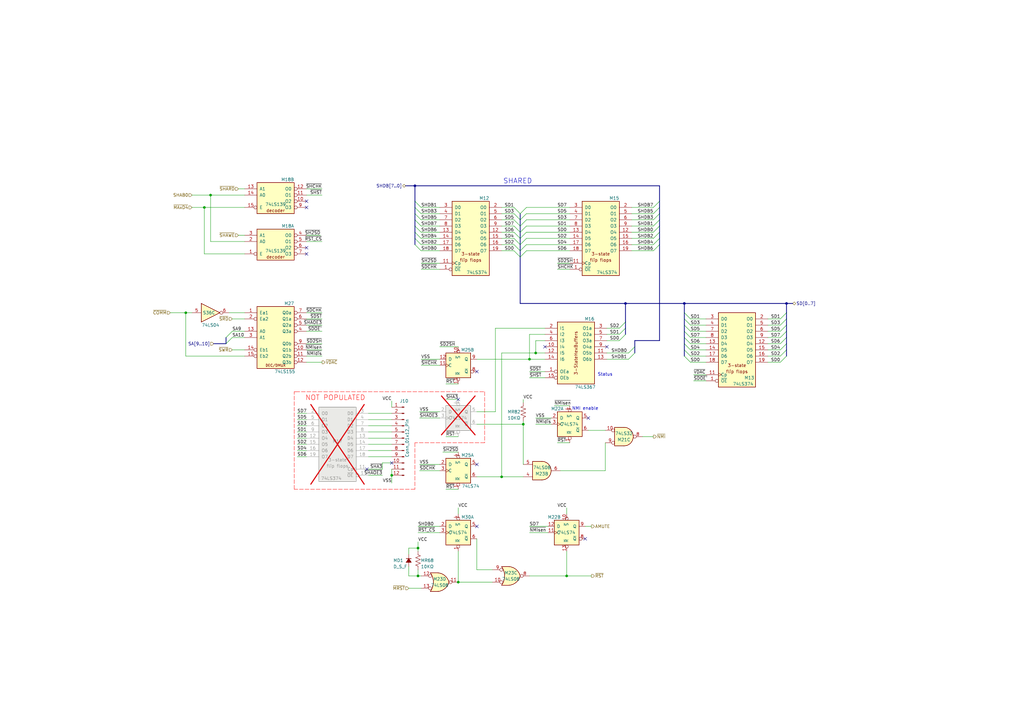
<source format=kicad_sch>
(kicad_sch (version 20231120) (generator "eeschema") (generator_version "8.0")
  (paper "A3")
  (title_block (title "Communication Latches") (date "2024-11-16") (company "JOTEGO") (comment 1 "www.patreon.com/jotego") (comment 2 "José Tejada"))
  (lib_symbols
    (symbol "Connector:Conn_01x12_Pin" (pin_names (offset 1.016) hide)
      (property "Reference" "J" (at 0 15.24 0))
      (property "Value" "Conn_01x12_Pin" (at 0 -17.78 0))
      (symbol "Conn_01x12_Pin_1_1"
        (pin passive line (at 5.08 12.7 180) (length 3.81) (name "Pin_1") (number "1"))
        (pin passive line (at 5.08 -10.16 180) (length 3.81) (name "Pin_10") (number "10"))
        (pin passive line (at 5.08 -12.7 180) (length 3.81) (name "Pin_11") (number "11"))
        (pin passive line (at 5.08 -15.24 180) (length 3.81) (name "Pin_12") (number "12"))
        (pin passive line (at 5.08 10.16 180) (length 3.81) (name "Pin_2") (number "2"))
        (pin passive line (at 5.08 7.62 180) (length 3.81) (name "Pin_3") (number "3"))
        (pin passive line (at 5.08 5.08 180) (length 3.81) (name "Pin_4") (number "4"))
        (pin passive line (at 5.08 2.54 180) (length 3.81) (name "Pin_5") (number "5"))
        (pin passive line (at 5.08 0 180) (length 3.81) (name "Pin_6") (number "6"))
        (pin passive line (at 5.08 -2.54 180) (length 3.81) (name "Pin_7") (number "7"))
        (pin passive line (at 5.08 -5.08 180) (length 3.81) (name "Pin_8") (number "8"))
        (pin passive line (at 5.08 -7.62 180) (length 3.81) (name "Pin_9") (number "9"))
      )
    )
    (symbol "Device:D_Small_Filled" (pin_numbers hide) (pin_names (offset 0.254) hide)
      (property "Reference" "D" (at -1.27 2.032 0))
      (property "Value" "D_Small_Filled" (at -3.81 -2.032 0))
      (symbol "D_Small_Filled_1_1"
        (pin passive line (at -2.54 0 0) (length 1.778) (name "K") (number "1"))
        (pin passive line (at 2.54 0 180) (length 1.778) (name "A") (number "2"))
      )
    )
    (symbol "Device:R_US" (pin_numbers hide) (pin_names (offset 0))
      (property "Reference" "R" (at 2.54 0 90))
      (property "Value" "R_US" (at -2.54 0 90))
      (symbol "R_US_1_1"
        (pin passive line (at 0 3.81 270) (length 1.27) (name "~") (number "1"))
        (pin passive line (at 0 -3.81 90) (length 1.27) (name "~") (number "2"))
      )
    )
    (symbol "jt74:74LS04" (pin_names (offset 1.016))
      (property "Reference" "U" (at -0.635 0 0))
      (property "Value" "74LS04" (at 0 -5.08 0))
      (symbol "74LS04_1_0"
        (pin input line (at -7.62 0 0) (length 3.81) (name "~") (number "1"))
        (pin output inverted (at 7.62 0 180) (length 3.81) (name "~") (number "2"))
      )
      (symbol "74LS04_2_0"
        (pin input line (at -7.62 0 0) (length 3.81) (name "~") (number "3"))
        (pin output inverted (at 7.62 0 180) (length 3.81) (name "~") (number "4"))
      )
      (symbol "74LS04_3_0"
        (pin input line (at -7.62 0 0) (length 3.81) (name "~") (number "5"))
        (pin output inverted (at 7.62 0 180) (length 3.81) (name "~") (number "6"))
      )
      (symbol "74LS04_4_0"
        (pin output inverted (at 7.62 0 180) (length 3.81) (name "~") (number "8"))
        (pin input line (at -7.62 0 0) (length 3.81) (name "~") (number "9"))
      )
      (symbol "74LS04_5_0"
        (pin output inverted (at 7.62 0 180) (length 3.81) (name "~") (number "10"))
        (pin input line (at -7.62 0 0) (length 3.81) (name "~") (number "11"))
      )
      (symbol "74LS04_6_0"
        (pin output inverted (at 7.62 0 180) (length 3.81) (name "~") (number "12"))
        (pin input line (at -7.62 0 0) (length 3.81) (name "~") (number "13"))
      )
      (symbol "74LS04_7_0"
        (pin power_in line (at 0 7.62 270) (length 5.08) hide (name "VCC") (number "14"))
        (pin power_in line (at 0 -7.62 90) (length 5.08) hide (name "VSS") (number "7"))
      )
      (symbol "74LS04_7_1"
        (text "+" (at 0 6.35 0) (effects (font (size 1.27 1.27))))
      )
    )
    (symbol "jt74:74LS08" (pin_names (offset 1.016))
      (property "Reference" "U" (at 0 1.27 0))
      (property "Value" "74LS08" (at 0 -1.27 0))
      (symbol "74LS08_1_1"
        (pin input line (at -7.62 2.54 0) (length 3.81) (name "~") (number "1"))
        (pin input line (at -7.62 -2.54 0) (length 3.81) (name "~") (number "2"))
        (pin output line (at 7.62 0 180) (length 3.81) (name "~") (number "3"))
      )
      (symbol "74LS08_1_2"
        (pin input inverted (at -7.62 2.54 0) (length 4.318) (name "~") (number "1"))
        (pin input inverted (at -7.62 -2.54 0) (length 4.318) (name "~") (number "2"))
        (pin output inverted (at 7.62 0 180) (length 3.81) (name "~") (number "3"))
      )
      (symbol "74LS08_2_1"
        (pin input line (at -7.62 2.54 0) (length 3.81) (name "~") (number "4"))
        (pin input line (at -7.62 -2.54 0) (length 3.81) (name "~") (number "5"))
        (pin output line (at 7.62 0 180) (length 3.81) (name "~") (number "6"))
      )
      (symbol "74LS08_2_2"
        (pin input inverted (at -7.62 2.54 0) (length 4.318) (name "~") (number "4"))
        (pin input inverted (at -7.62 -2.54 0) (length 4.318) (name "~") (number "5"))
        (pin output inverted (at 7.62 0 180) (length 3.81) (name "~") (number "6"))
      )
      (symbol "74LS08_3_1"
        (pin input line (at -7.62 -2.54 0) (length 3.81) (name "~") (number "10"))
        (pin output line (at 7.62 0 180) (length 3.81) (name "~") (number "8"))
        (pin input line (at -7.62 2.54 0) (length 3.81) (name "~") (number "9"))
      )
      (symbol "74LS08_3_2"
        (pin input inverted (at -7.62 -2.54 0) (length 4.318) (name "~") (number "10"))
        (pin output inverted (at 7.62 0 180) (length 3.81) (name "~") (number "8"))
        (pin input inverted (at -7.62 2.54 0) (length 4.318) (name "~") (number "9"))
      )
      (symbol "74LS08_4_1"
        (pin output line (at 7.62 0 180) (length 3.81) (name "~") (number "11"))
        (pin input line (at -7.62 2.54 0) (length 3.81) (name "~") (number "12"))
        (pin input line (at -7.62 -2.54 0) (length 3.81) (name "~") (number "13"))
      )
      (symbol "74LS08_4_2"
        (pin output inverted (at 7.62 0 180) (length 3.81) (name "~") (number "11"))
        (pin input inverted (at -7.62 2.54 0) (length 4.318) (name "~") (number "12"))
        (pin input inverted (at -7.62 -2.54 0) (length 4.318) (name "~") (number "13"))
      )
      (symbol "74LS08_5_0"
        (pin power_in line (at 0 7.62 270) (length 5.08) hide (name "VCC") (number "14"))
        (pin power_in line (at 0 -7.62 90) (length 5.08) hide (name "VSS") (number "7"))
      )
      (symbol "74LS08_5_1"
        (text "+" (at 0 6.35 0) (effects (font (size 1.27 1.27))))
      )
    )
    (symbol "jt74:74LS139" (pin_names (offset 1.016))
      (property "Reference" "U" (at 0 1.27 0))
      (property "Value" "74LS139" (at 0 -1.27 0))
      (symbol "74LS139_0_0"
        (text "decoder" (at 0 -6.35 0) (effects (font (size 1.27 1.27))))
      )
      (symbol "74LS139_1_0"
        (pin input inverted (at -12.7 -5.08 0) (length 5.08) (name "E") (number "1"))
        (pin input line (at -12.7 0 0) (length 5.08) (name "A0") (number "2"))
        (pin input line (at -12.7 2.54 0) (length 5.08) (name "A1") (number "3"))
        (pin output inverted (at 12.7 2.54 180) (length 5.08) (name "O0") (number "4"))
        (pin output inverted (at 12.7 0 180) (length 5.08) (name "O1") (number "5"))
        (pin output inverted (at 12.7 -2.54 180) (length 5.08) (name "O2") (number "6"))
        (pin output inverted (at 12.7 -5.08 180) (length 5.08) (name "O3") (number "7"))
      )
      (symbol "74LS139_2_0"
        (pin output inverted (at 12.7 -2.54 180) (length 5.08) (name "O2") (number "10"))
        (pin output inverted (at 12.7 0 180) (length 5.08) (name "O1") (number "11"))
        (pin output inverted (at 12.7 2.54 180) (length 5.08) (name "O0") (number "12"))
        (pin input line (at -12.7 2.54 0) (length 5.08) (name "A1") (number "13"))
        (pin input line (at -12.7 0 0) (length 5.08) (name "A0") (number "14"))
        (pin input inverted (at -12.7 -5.08 0) (length 5.08) (name "E") (number "15"))
        (pin output inverted (at 12.7 -5.08 180) (length 5.08) (name "O3") (number "9"))
      )
      (symbol "74LS139_3_0"
        (pin power_in line (at 0 7.62 270) (length 5.08) hide (name "VCC") (number "16"))
        (pin power_in line (at 0 -7.62 90) (length 5.08) hide (name "VSS") (number "8"))
      )
      (symbol "74LS139_3_1"
        (text "+" (at 0 6.35 0) (effects (font (size 1.27 1.27))))
      )
    )
    (symbol "jt74:74LS155" (pin_names (offset 1.016))
      (property "Reference" "U" (at 7.62 13.97 0))
      (property "Value" "74LS155" (at 3.81 -13.97 0))
      (symbol "74LS155_1_0"
        (pin input line (at -12.7 10.16 0) (length 5.08) (name "Ea1") (number "1"))
        (pin output inverted (at 12.7 -5.08 180) (length 5.08) (name "Q1b") (number "10"))
        (pin output inverted (at 12.7 -7.62 180) (length 5.08) (name "Q2b") (number "11"))
        (pin output inverted (at 12.7 -10.16 180) (length 5.08) (name "Q3b") (number "12"))
        (pin input line (at -12.7 2.54 0) (length 5.08) (name "A0") (number "13"))
        (pin input inverted (at -12.7 -5.08 0) (length 5.08) (name "Eb1") (number "14"))
        (pin input inverted (at -12.7 -7.62 0) (length 5.08) (name "Eb2") (number "15"))
        (pin power_in line (at 0 12.7 270) (length 5.08) hide (name "VCC") (number "16"))
        (pin input inverted (at -12.7 7.62 0) (length 5.08) (name "Ea2") (number "2"))
        (pin input line (at -12.7 0 0) (length 5.08) (name "A1") (number "3"))
        (pin output inverted (at 12.7 2.54 180) (length 5.08) (name "Q3a") (number "4"))
        (pin output inverted (at 12.7 5.08 180) (length 5.08) (name "Q2a") (number "5"))
        (pin output inverted (at 12.7 7.62 180) (length 5.08) (name "Q1a") (number "6"))
        (pin output inverted (at 12.7 10.16 180) (length 5.08) (name "Q0a") (number "7"))
        (pin power_in line (at 0 -12.7 90) (length 5.08) hide (name "GND") (number "8"))
        (pin output inverted (at 12.7 -2.54 180) (length 5.08) (name "Q0b") (number "9"))
      )
      (symbol "74LS155_1_1"
        (text "DEC/DMUX" (at 0 -11.43 0) (effects (font (size 1.016 1.016))))
      )
    )
    (symbol "jt74:74LS32" (pin_names (offset 1.016))
      (property "Reference" "U" (at 0 1.27 0))
      (property "Value" "74LS32" (at 0 -1.27 0))
      (symbol "74LS32_1_1"
        (pin input line (at -7.62 2.54 0) (length 4.318) (name "~") (number "1"))
        (pin input line (at -7.62 -2.54 0) (length 4.318) (name "~") (number "2"))
        (pin output line (at 7.62 0 180) (length 3.81) (name "~") (number "3"))
      )
      (symbol "74LS32_1_2"
        (pin input inverted (at -7.62 2.54 0) (length 3.81) (name "~") (number "1"))
        (pin input inverted (at -7.62 -2.54 0) (length 3.81) (name "~") (number "2"))
        (pin output inverted (at 7.62 0 180) (length 3.81) (name "~") (number "3"))
      )
      (symbol "74LS32_2_1"
        (pin input line (at -7.62 2.54 0) (length 4.318) (name "~") (number "4"))
        (pin input line (at -7.62 -2.54 0) (length 4.318) (name "~") (number "5"))
        (pin output line (at 7.62 0 180) (length 3.81) (name "~") (number "6"))
      )
      (symbol "74LS32_2_2"
        (pin input inverted (at -7.62 2.54 0) (length 3.81) (name "~") (number "4"))
        (pin input inverted (at -7.62 -2.54 0) (length 3.81) (name "~") (number "5"))
        (pin output inverted (at 7.62 0 180) (length 3.81) (name "~") (number "6"))
      )
      (symbol "74LS32_3_1"
        (pin input line (at -7.62 -2.54 0) (length 4.318) (name "~") (number "10"))
        (pin output line (at 7.62 0 180) (length 3.81) (name "~") (number "8"))
        (pin input line (at -7.62 2.54 0) (length 4.318) (name "~") (number "9"))
      )
      (symbol "74LS32_3_2"
        (pin input inverted (at -7.62 -2.54 0) (length 3.81) (name "~") (number "10"))
        (pin output inverted (at 7.62 0 180) (length 3.81) (name "~") (number "8"))
        (pin input inverted (at -7.62 2.54 0) (length 3.81) (name "~") (number "9"))
      )
      (symbol "74LS32_4_1"
        (pin output line (at 7.62 0 180) (length 3.81) (name "~") (number "11"))
        (pin input line (at -7.62 2.54 0) (length 4.318) (name "~") (number "12"))
        (pin input line (at -7.62 -2.54 0) (length 4.318) (name "~") (number "13"))
      )
      (symbol "74LS32_4_2"
        (pin output inverted (at 7.62 0 180) (length 3.81) (name "~") (number "11"))
        (pin input inverted (at -7.62 2.54 0) (length 3.81) (name "~") (number "12"))
        (pin input inverted (at -7.62 -2.54 0) (length 3.81) (name "~") (number "13"))
      )
      (symbol "74LS32_5_0"
        (pin power_in line (at 0 7.62 270) (length 5.08) hide (name "VCC") (number "14"))
        (pin power_in line (at 0 -7.62 90) (length 5.08) hide (name "VSS") (number "7"))
      )
      (symbol "74LS32_5_1"
        (text "+" (at 0 6.35 0) (effects (font (size 1.27 1.27))))
      )
    )
    (symbol "jt74:74LS367" (pin_names (offset 1.016))
      (property "Reference" "U" (at -7.62 13.97 0))
      (property "Value" "74LS367" (at -7.62 -13.97 0))
      (symbol "74LS367_0_0"
        (text "3-StateHexBuffers" (at 0 0 900) (effects (font (size 1.27 1.27))))
      )
      (symbol "74LS367_1_0"
        (pin input inverted (at -12.7 -7.62 0) (length 5.08) (name "OEa") (number "1"))
        (pin input line (at -12.7 2.54 0) (length 5.08) (name "I4") (number "10"))
        (pin tri_state line (at 12.7 0 180) (length 5.08) (name "O5b") (number "11"))
        (pin input line (at -12.7 0 0) (length 5.08) (name "I5") (number "12"))
        (pin tri_state line (at 12.7 -2.54 180) (length 5.08) (name "O6b") (number "13"))
        (pin input line (at -12.7 -2.54 0) (length 5.08) (name "I6") (number "14"))
        (pin input inverted (at -12.7 -10.16 0) (length 5.08) (name "OEb") (number "15"))
        (pin input line (at -12.7 10.16 0) (length 5.08) (name "I1") (number "2"))
        (pin tri_state line (at 12.7 10.16 180) (length 5.08) (name "O1a") (number "3"))
        (pin input line (at -12.7 7.62 0) (length 5.08) (name "I2") (number "4"))
        (pin tri_state line (at 12.7 7.62 180) (length 5.08) (name "O2a") (number "5"))
        (pin input line (at -12.7 5.08 0) (length 5.08) (name "I3") (number "6"))
        (pin tri_state line (at 12.7 5.08 180) (length 5.08) (name "O3a") (number "7"))
        (pin tri_state line (at 12.7 2.54 180) (length 5.08) (name "O4a") (number "9"))
      )
      (symbol "74LS367_1_1"
        (pin power_in line (at 0 12.7 270) (length 2.54) hide (name "VCC") (number "16"))
        (pin power_in line (at 0 -12.7 90) (length 2.54) hide (name "VSS") (number "8"))
      )
    )
    (symbol "jt74:74LS374" (pin_names (offset 1.016))
      (property "Reference" "U" (at 0 1.27 0))
      (property "Value" "74LS374" (at 2.54 -13.97 0))
      (symbol "74LS374_0_0"
        (text "3-state" (at 0 -6.35 0) (effects (font (size 1.27 1.27))))
        (text "flip flops" (at 0 -8.89 0) (effects (font (size 1.27 1.27))))
      )
      (symbol "74LS374_1_0"
        (pin input inverted (at -12.7 -12.7 0) (length 5.08) (name "~{OE}") (number "1"))
        (pin input clock (at -12.7 -10.16 0) (length 5.08) (name "Cp") (number "11"))
        (pin tri_state line (at 12.7 2.54 180) (length 5.08) (name "O4") (number "12"))
        (pin input line (at -12.7 2.54 0) (length 5.08) (name "D4") (number "13"))
        (pin input line (at -12.7 0 0) (length 5.08) (name "D5") (number "14"))
        (pin tri_state line (at 12.7 0 180) (length 5.08) (name "O5") (number "15"))
        (pin tri_state line (at 12.7 -2.54 180) (length 5.08) (name "O6") (number "16"))
        (pin input line (at -12.7 -2.54 0) (length 5.08) (name "D6") (number "17"))
        (pin input line (at -12.7 -5.08 0) (length 5.08) (name "D7") (number "18"))
        (pin tri_state line (at 12.7 -5.08 180) (length 5.08) (name "O7") (number "19"))
        (pin tri_state line (at 12.7 12.7 180) (length 5.08) (name "O0") (number "2"))
        (pin input line (at -12.7 12.7 0) (length 5.08) (name "D0") (number "3"))
        (pin input line (at -12.7 10.16 0) (length 5.08) (name "D1") (number "4"))
        (pin tri_state line (at 12.7 10.16 180) (length 5.08) (name "O1") (number "5"))
        (pin tri_state line (at 12.7 7.62 180) (length 5.08) (name "O2") (number "6"))
        (pin input line (at -12.7 7.62 0) (length 5.08) (name "D2") (number "7"))
        (pin input line (at -12.7 5.08 0) (length 5.08) (name "D3") (number "8"))
        (pin tri_state line (at 12.7 5.08 180) (length 5.08) (name "O3") (number "9"))
      )
    )
    (symbol "jt74:74LS74" (pin_names (offset 1.016))
      (property "Reference" "U" (at 0 1.27 0))
      (property "Value" "74LS74" (at 0 -1.27 0))
      (symbol "74LS74_0_1"
        (text "+" (at 0 6.35 0) (effects (font (size 1.27 1.27))))
      )
      (symbol "74LS74_1_0"
        (pin input inverted (at 0 -7.62 90) (length 2.54) (name "~{R}") (number "1"))
        (pin input line (at -7.62 2.54 0) (length 2.54) (name "D") (number "2"))
        (pin input clock (at -7.62 0 0) (length 2.54) (name "C") (number "3"))
        (pin input inverted (at 0 7.62 270) (length 2.54) (name "~{S}") (number "4"))
        (pin output line (at 7.62 2.54 180) (length 2.54) (name "Q") (number "5"))
        (pin output line (at 7.62 -2.54 180) (length 2.54) (name "~{Q}") (number "6"))
      )
      (symbol "74LS74_2_0"
        (pin input clock (at -7.62 0 0) (length 2.54) (name "C") (number "11"))
        (pin input line (at -7.62 2.54 0) (length 2.54) (name "D") (number "12"))
        (pin input inverted (at 0 -7.62 90) (length 2.54) (name "~{R}") (number "13"))
        (pin output inverted (at 7.62 -2.54 180) (length 2.54) (name "~{Q}") (number "8"))
        (pin output line (at 7.62 2.54 180) (length 2.54) (name "Q") (number "9"))
      )
      (symbol "74LS74_2_1"
        (pin input inverted (at 0 7.62 270) (length 2.54) (name "~{S}") (number "10"))
      )
      (symbol "74LS74_3_0"
        (pin power_in line (at 0 7.62 270) (length 2.54) hide (name "VCC") (number "14"))
        (pin power_in line (at 0 -7.62 90) (length 2.54) hide (name "GND") (number "7"))
      )
    )
  )
  (junction (at 171.45 236.22))
  (junction (at 256.54 124.46))
  (junction (at 86.36 80.01))
  (junction (at 219.71 144.78))
  (junction (at 205.74 195.58))
  (junction (at 171.45 224.79))
  (junction (at 187.96 238.76))
  (junction (at 76.2 128.27))
  (junction (at 83.82 85.09))
  (junction (at 214.63 173.99))
  (junction (at 160.655 194.945))
  (junction (at 170.18 76.2))
  (junction (at 232.41 236.22))
  (junction (at 322.58 124.46))
  (junction (at 280.67 124.46))
  (junction (at 217.17 147.32))
  (no_connect (at 125.73 85.09))
  (no_connect (at 150.495 192.405))
  (no_connect (at 187.96 163.83))
  (no_connect (at 195.58 152.4))
  (no_connect (at 248.92 142.24))
  (no_connect (at 195.58 190.5))
  (no_connect (at 195.58 215.9))
  (no_connect (at 223.52 142.24))
  (no_connect (at 160.655 189.865))
  (no_connect (at 240.03 220.98))
  (no_connect (at 125.73 104.14))
  (no_connect (at 241.3 171.45))
  (no_connect (at 125.73 82.55))
  (no_connect (at 125.73 101.6))
  (bus_entry (at 283.21 135.89) (size -2.54 -2.54))
  (bus_entry (at 320.04 148.59) (size 2.54 -2.54))
  (bus_entry (at 215.9 95.25) (size -2.54 2.54))
  (bus_entry (at 215.9 97.79) (size -2.54 2.54))
  (bus_entry (at 215.9 100.33) (size -2.54 2.54))
  (bus_entry (at 215.9 92.71) (size -2.54 2.54))
  (bus_entry (at 215.9 87.63) (size -2.54 2.54))
  (bus_entry (at 270.51 92.71) (size -2.54 2.54))
  (bus_entry (at 270.51 97.79) (size -2.54 2.54))
  (bus_entry (at 270.51 95.25) (size -2.54 2.54))
  (bus_entry (at 215.9 90.17) (size -2.54 2.54))
  (bus_entry (at 283.21 133.35) (size -2.54 -2.54))
  (bus_entry (at 213.36 102.87) (size -2.54 -2.54))
  (bus_entry (at 213.36 87.63) (size -2.54 -2.54))
  (bus_entry (at 172.72 87.63) (size -2.54 -2.54))
  (bus_entry (at 215.9 85.09) (size -2.54 2.54))
  (bus_entry (at 283.21 143.51) (size -2.54 -2.54))
  (bus_entry (at 213.36 105.41) (size -2.54 -2.54))
  (bus_entry (at 270.51 82.55) (size -2.54 2.54))
  (bus_entry (at 213.36 95.25) (size -2.54 -2.54))
  (bus_entry (at 320.04 138.43) (size 2.54 -2.54))
  (bus_entry (at 320.04 146.05) (size 2.54 -2.54))
  (bus_entry (at 283.21 148.59) (size -2.54 -2.54))
  (bus_entry (at 320.04 135.89) (size 2.54 -2.54))
  (bus_entry (at 283.21 130.81) (size -2.54 -2.54))
  (bus_entry (at 320.04 143.51) (size 2.54 -2.54))
  (bus_entry (at 283.21 140.97) (size -2.54 -2.54))
  (bus_entry (at 270.51 85.09) (size -2.54 2.54))
  (bus_entry (at 172.72 102.87) (size -2.54 -2.54))
  (bus_entry (at 213.36 97.79) (size -2.54 -2.54))
  (bus_entry (at 92.71 138.43) (size 2.54 -2.54))
  (bus_entry (at 215.9 102.87) (size -2.54 2.54))
  (bus_entry (at 320.04 130.81) (size 2.54 -2.54))
  (bus_entry (at 254 137.16) (size 2.54 -2.54))
  (bus_entry (at 257.81 147.32) (size 2.54 -2.54))
  (bus_entry (at 172.72 95.25) (size -2.54 -2.54))
  (bus_entry (at 92.71 140.97) (size 2.54 -2.54))
  (bus_entry (at 213.36 100.33) (size -2.54 -2.54))
  (bus_entry (at 254 134.62) (size 2.54 -2.54))
  (bus_entry (at 257.81 144.78) (size 2.54 -2.54))
  (bus_entry (at 213.36 90.17) (size -2.54 -2.54))
  (bus_entry (at 270.51 90.17) (size -2.54 2.54))
  (bus_entry (at 254 139.7) (size 2.54 -2.54))
  (bus_entry (at 283.21 146.05) (size -2.54 -2.54))
  (bus_entry (at 320.04 140.97) (size 2.54 -2.54))
  (bus_entry (at 172.72 92.71) (size -2.54 -2.54))
  (bus_entry (at 270.51 100.33) (size -2.54 2.54))
  (bus_entry (at 172.72 85.09) (size -2.54 -2.54))
  (bus_entry (at 283.21 138.43) (size -2.54 -2.54))
  (bus_entry (at 320.04 133.35) (size 2.54 -2.54))
  (bus_entry (at 213.36 92.71) (size -2.54 -2.54))
  (bus_entry (at 270.51 87.63) (size -2.54 2.54))
  (bus_entry (at 172.72 97.79) (size -2.54 -2.54))
  (bus_entry (at 172.72 90.17) (size -2.54 -2.54))
  (bus_entry (at 172.72 100.33) (size -2.54 -2.54))
  (wire (pts (xy 283.21 138.43) (xy 289.56 138.43)))
  (wire (pts (xy 76.2 146.05) (xy 76.2 128.27)))
  (bus (pts (xy 322.58 128.27) (xy 322.58 130.81)))
  (wire (pts (xy 195.58 233.68) (xy 195.58 220.98)))
  (wire (pts (xy 314.96 146.05) (xy 320.04 146.05)))
  (wire (pts (xy 125.73 169.545) (xy 121.92 169.545)))
  (wire (pts (xy 248.92 137.16) (xy 254 137.16)))
  (bus (pts (xy 322.58 135.89) (xy 322.58 133.35)))
  (wire (pts (xy 125.73 184.785) (xy 121.92 184.785)))
  (wire (pts (xy 187.96 208.28) (xy 187.96 210.82)))
  (wire (pts (xy 248.92 144.78) (xy 257.81 144.78)))
  (wire (pts (xy 125.73 130.81) (xy 132.08 130.81)))
  (wire (pts (xy 83.82 85.09) (xy 100.33 85.09)))
  (wire (pts (xy 125.73 177.165) (xy 121.92 177.165)))
  (bus (pts (xy 270.51 97.79) (xy 270.51 95.25)))
  (bus (pts (xy 170.18 92.71) (xy 170.18 90.17)))
  (wire (pts (xy 223.52 144.78) (xy 219.71 144.78)))
  (polyline (pts (xy 120.65 160.655) (xy 121.285 160.655)) (stroke (width 0) (type dash) (color 255 0 0 1)))
  (wire (pts (xy 283.21 143.51) (xy 289.56 143.51)))
  (wire (pts (xy 283.21 133.35) (xy 289.56 133.35)))
  (bus (pts (xy 280.67 133.35) (xy 280.67 135.89)))
  (wire (pts (xy 205.74 195.58) (xy 214.63 195.58)))
  (wire (pts (xy 182.88 157.48) (xy 187.96 157.48)))
  (wire (pts (xy 172.72 92.71) (xy 180.34 92.71)))
  (bus (pts (xy 170.18 85.09) (xy 170.18 82.55)))
  (bus (pts (xy 270.51 76.2) (xy 270.51 82.55)))
  (wire (pts (xy 187.96 238.76) (xy 201.93 238.76)))
  (wire (pts (xy 215.9 90.17) (xy 233.68 90.17)))
  (wire (pts (xy 233.68 166.37) (xy 227.33 166.37)))
  (wire (pts (xy 95.25 135.89) (xy 100.33 135.89)))
  (wire (pts (xy 283.21 135.89) (xy 289.56 135.89)))
  (wire (pts (xy 259.08 100.33) (xy 267.97 100.33)))
  (wire (pts (xy 125.73 172.085) (xy 121.92 172.085)))
  (bus (pts (xy 213.36 92.71) (xy 213.36 90.17)))
  (wire (pts (xy 205.74 90.17) (xy 210.82 90.17)))
  (bus (pts (xy 322.58 146.05) (xy 322.58 143.51)))
  (wire (pts (xy 172.72 85.09) (xy 180.34 85.09)))
  (wire (pts (xy 214.63 173.99) (xy 214.63 190.5)))
  (wire (pts (xy 205.74 195.58) (xy 205.74 144.78)))
  (wire (pts (xy 172.72 90.17) (xy 180.34 90.17)))
  (wire (pts (xy 284.48 156.21) (xy 289.56 156.21)))
  (wire (pts (xy 172.085 171.45) (xy 180.34 171.45)))
  (wire (pts (xy 171.45 236.22) (xy 172.72 236.22)))
  (bus (pts (xy 166.37 76.2) (xy 170.18 76.2)))
  (wire (pts (xy 95.25 143.51) (xy 100.33 143.51)))
  (wire (pts (xy 156.845 192.405) (xy 151.13 192.405)))
  (bus (pts (xy 260.35 144.78) (xy 260.35 142.24)))
  (bus (pts (xy 280.67 135.89) (xy 280.67 138.43)))
  (bus (pts (xy 256.54 124.46) (xy 213.36 124.46)))
  (bus (pts (xy 270.51 87.63) (xy 270.51 90.17)))
  (wire (pts (xy 205.74 144.78) (xy 219.71 144.78)))
  (wire (pts (xy 263.525 179.07) (xy 267.97 179.07)))
  (wire (pts (xy 187.96 226.06) (xy 187.96 238.76)))
  (bus (pts (xy 270.51 92.71) (xy 270.51 95.25)))
  (wire (pts (xy 215.9 92.71) (xy 233.68 92.71)))
  (wire (pts (xy 156.845 194.945) (xy 151.13 194.945)))
  (wire (pts (xy 125.73 77.47) (xy 132.08 77.47)))
  (wire (pts (xy 217.17 147.32) (xy 223.52 147.32)))
  (wire (pts (xy 205.74 102.87) (xy 210.82 102.87)))
  (wire (pts (xy 182.88 179.07) (xy 187.96 179.07)))
  (wire (pts (xy 215.9 100.33) (xy 233.68 100.33)))
  (bus (pts (xy 256.54 124.46) (xy 280.67 124.46)))
  (wire (pts (xy 314.96 148.59) (xy 320.04 148.59)))
  (wire (pts (xy 284.48 153.67) (xy 289.56 153.67)))
  (wire (pts (xy 248.92 134.62) (xy 254 134.62)))
  (wire (pts (xy 160.655 194.945) (xy 160.655 198.12)))
  (wire (pts (xy 172.72 87.63) (xy 180.34 87.63)))
  (wire (pts (xy 69.85 128.27) (xy 76.2 128.27)))
  (bus (pts (xy 280.67 143.51) (xy 280.67 146.05)))
  (wire (pts (xy 125.73 179.705) (xy 121.92 179.705)))
  (wire (pts (xy 86.36 99.06) (xy 100.33 99.06)))
  (bus (pts (xy 270.51 85.09) (xy 270.51 82.55)))
  (bus (pts (xy 256.54 124.46) (xy 256.54 132.08)))
  (wire (pts (xy 125.73 146.05) (xy 132.08 146.05)))
  (wire (pts (xy 215.9 95.25) (xy 233.68 95.25)))
  (wire (pts (xy 205.74 97.79) (xy 210.82 97.79)))
  (wire (pts (xy 259.08 95.25) (xy 267.97 95.25)))
  (wire (pts (xy 172.72 107.95) (xy 180.34 107.95)))
  (wire (pts (xy 95.25 138.43) (xy 100.33 138.43)))
  (wire (pts (xy 167.64 232.41) (xy 167.64 236.22)))
  (wire (pts (xy 160.655 182.245) (xy 151.13 182.245)))
  (wire (pts (xy 172.085 193.04) (xy 180.34 193.04)))
  (wire (pts (xy 95.25 130.81) (xy 100.33 130.81)))
  (wire (pts (xy 217.17 152.4) (xy 223.52 152.4)))
  (wire (pts (xy 160.655 187.325) (xy 151.13 187.325)))
  (wire (pts (xy 93.98 128.27) (xy 100.33 128.27)))
  (wire (pts (xy 160.655 184.785) (xy 151.13 184.785)))
  (bus (pts (xy 170.18 87.63) (xy 170.18 85.09)))
  (wire (pts (xy 78.74 128.27) (xy 76.2 128.27)))
  (wire (pts (xy 171.45 215.9) (xy 180.34 215.9)))
  (bus (pts (xy 256.54 132.08) (xy 256.54 134.62)))
  (bus (pts (xy 270.51 90.17) (xy 270.51 92.71)))
  (wire (pts (xy 86.36 80.01) (xy 100.33 80.01)))
  (wire (pts (xy 205.74 92.71) (xy 210.82 92.71)))
  (bus (pts (xy 170.18 95.25) (xy 170.18 92.71)))
  (wire (pts (xy 314.96 138.43) (xy 320.04 138.43)))
  (bus (pts (xy 280.67 140.97) (xy 280.67 143.51)))
  (wire (pts (xy 259.08 92.71) (xy 267.97 92.71)))
  (wire (pts (xy 167.64 227.33) (xy 167.64 224.79)))
  (wire (pts (xy 214.63 163.83) (xy 214.63 165.1)))
  (polyline (pts (xy 120.65 200.66) (xy 120.65 160.655)) (stroke (width 0) (type dash) (color 255 0 0 1)))
  (wire (pts (xy 217.17 154.94) (xy 223.52 154.94)))
  (bus (pts (xy 270.51 87.63) (xy 270.51 85.09)))
  (wire (pts (xy 78.74 80.01) (xy 86.36 80.01)))
  (polyline (pts (xy 170.18 200.66) (xy 120.65 200.66)) (stroke (width 0) (type dash) (color 255 0 0 1)))
  (bus (pts (xy 213.36 97.79) (xy 213.36 100.33)))
  (wire (pts (xy 167.64 224.79) (xy 171.45 224.79)))
  (wire (pts (xy 232.41 208.28) (xy 232.41 210.82)))
  (wire (pts (xy 259.08 97.79) (xy 267.97 97.79)))
  (wire (pts (xy 125.73 143.51) (xy 132.08 143.51)))
  (polyline (pts (xy 198.755 181.61) (xy 170.18 181.61)) (stroke (width 0) (type dash) (color 255 0 0 1)))
  (wire (pts (xy 125.73 187.325) (xy 121.92 187.325)))
  (wire (pts (xy 172.72 97.79) (xy 180.34 97.79)))
  (wire (pts (xy 182.88 200.66) (xy 187.96 200.66)))
  (bus (pts (xy 213.36 124.46) (xy 213.36 105.41)))
  (wire (pts (xy 160.655 164.465) (xy 160.655 167.005)))
  (wire (pts (xy 283.21 130.81) (xy 289.56 130.81)))
  (wire (pts (xy 125.73 133.35) (xy 132.08 133.35)))
  (bus (pts (xy 213.36 87.63) (xy 213.36 90.17)))
  (wire (pts (xy 172.72 147.32) (xy 180.34 147.32)))
  (wire (pts (xy 283.21 148.59) (xy 289.56 148.59)))
  (bus (pts (xy 270.51 100.33) (xy 270.51 97.79)))
  (wire (pts (xy 219.71 173.99) (xy 226.06 173.99)))
  (bus (pts (xy 280.67 138.43) (xy 280.67 140.97)))
  (bus (pts (xy 280.67 130.81) (xy 280.67 133.35)))
  (wire (pts (xy 232.41 236.22) (xy 242.57 236.22)))
  (bus (pts (xy 87.63 140.97) (xy 92.71 140.97)))
  (bus (pts (xy 213.36 92.71) (xy 213.36 95.25)))
  (bus (pts (xy 322.58 143.51) (xy 322.58 140.97)))
  (bus (pts (xy 170.18 100.33) (xy 170.18 97.79)))
  (wire (pts (xy 228.6 181.61) (xy 233.68 181.61)))
  (wire (pts (xy 125.73 148.59) (xy 132.08 148.59)))
  (wire (pts (xy 314.96 143.51) (xy 320.04 143.51)))
  (wire (pts (xy 195.58 195.58) (xy 205.74 195.58)))
  (wire (pts (xy 125.73 128.27) (xy 132.08 128.27)))
  (wire (pts (xy 203.2 134.62) (xy 203.2 168.91)))
  (wire (pts (xy 160.655 189.865) (xy 156.845 189.865)))
  (wire (pts (xy 83.82 85.09) (xy 83.82 104.14)))
  (wire (pts (xy 125.73 96.52) (xy 131.445 96.52)))
  (wire (pts (xy 156.845 189.865) (xy 156.845 192.405)))
  (wire (pts (xy 180.34 142.24) (xy 187.96 142.24)))
  (wire (pts (xy 195.58 168.91) (xy 203.2 168.91)))
  (wire (pts (xy 215.9 87.63) (xy 233.68 87.63)))
  (wire (pts (xy 205.74 95.25) (xy 210.82 95.25)))
  (bus (pts (xy 270.51 139.7) (xy 270.51 100.33)))
  (bus (pts (xy 322.58 140.97) (xy 322.58 138.43)))
  (wire (pts (xy 172.085 168.91) (xy 180.34 168.91)))
  (wire (pts (xy 205.74 87.63) (xy 210.82 87.63)))
  (wire (pts (xy 97.79 96.52) (xy 100.33 96.52)))
  (bus (pts (xy 280.67 124.46) (xy 322.58 124.46)))
  (wire (pts (xy 171.45 222.25) (xy 171.45 224.79)))
  (wire (pts (xy 219.71 171.45) (xy 226.06 171.45)))
  (wire (pts (xy 125.73 140.97) (xy 132.08 140.97)))
  (wire (pts (xy 195.58 147.32) (xy 217.17 147.32)))
  (bus (pts (xy 170.18 76.2) (xy 270.51 76.2)))
  (wire (pts (xy 83.82 104.14) (xy 100.33 104.14)))
  (wire (pts (xy 219.71 139.7) (xy 223.52 139.7)))
  (wire (pts (xy 259.08 87.63) (xy 267.97 87.63)))
  (bus (pts (xy 256.54 134.62) (xy 256.54 137.16)))
  (wire (pts (xy 160.655 179.705) (xy 151.13 179.705)))
  (wire (pts (xy 215.9 102.87) (xy 233.68 102.87)))
  (wire (pts (xy 125.73 174.625) (xy 121.92 174.625)))
  (bus (pts (xy 170.18 76.2) (xy 170.18 82.55)))
  (wire (pts (xy 240.03 215.9) (xy 242.57 215.9)))
  (wire (pts (xy 214.63 172.72) (xy 214.63 173.99)))
  (wire (pts (xy 100.33 146.05) (xy 76.2 146.05)))
  (polyline (pts (xy 170.18 181.61) (xy 170.18 200.66)) (stroke (width 0) (type dash) (color 255 0 0 1)))
  (wire (pts (xy 228.6 110.49) (xy 233.68 110.49)))
  (wire (pts (xy 160.655 169.545) (xy 151.13 169.545)))
  (wire (pts (xy 217.17 137.16) (xy 217.17 147.32)))
  (wire (pts (xy 215.9 85.09) (xy 233.68 85.09)))
  (wire (pts (xy 167.64 241.3) (xy 172.72 241.3)))
  (wire (pts (xy 248.92 147.32) (xy 257.81 147.32)))
  (wire (pts (xy 182.88 163.83) (xy 187.96 163.83)))
  (wire (pts (xy 314.96 133.35) (xy 320.04 133.35)))
  (wire (pts (xy 259.08 85.09) (xy 267.97 85.09)))
  (polyline (pts (xy 198.755 160.655) (xy 198.755 181.61)) (stroke (width 0) (type dash) (color 255 0 0 1)))
  (wire (pts (xy 171.45 224.79) (xy 171.45 226.06)))
  (wire (pts (xy 219.71 144.78) (xy 219.71 139.7)))
  (wire (pts (xy 125.73 80.01) (xy 132.08 80.01)))
  (wire (pts (xy 171.45 233.68) (xy 171.45 236.22)))
  (bus (pts (xy 260.35 139.7) (xy 270.51 139.7)))
  (wire (pts (xy 217.17 215.9) (xy 224.79 215.9)))
  (wire (pts (xy 181.61 185.42) (xy 187.96 185.42)))
  (bus (pts (xy 280.67 124.46) (xy 280.67 128.27)))
  (wire (pts (xy 172.72 102.87) (xy 180.34 102.87)))
  (wire (pts (xy 160.655 177.165) (xy 151.13 177.165)))
  (wire (pts (xy 259.08 102.87) (xy 267.97 102.87)))
  (wire (pts (xy 160.655 192.405) (xy 160.655 194.945)))
  (wire (pts (xy 171.45 218.44) (xy 180.34 218.44)))
  (wire (pts (xy 217.17 218.44) (xy 224.79 218.44)))
  (wire (pts (xy 205.74 85.09) (xy 210.82 85.09)))
  (wire (pts (xy 229.87 193.04) (xy 248.285 193.04)))
  (wire (pts (xy 314.96 135.89) (xy 320.04 135.89)))
  (bus (pts (xy 92.71 138.43) (xy 92.71 140.97)))
  (bus (pts (xy 280.67 128.27) (xy 280.67 130.81)))
  (wire (pts (xy 241.3 176.53) (xy 248.285 176.53)))
  (wire (pts (xy 228.6 107.95) (xy 233.68 107.95)))
  (wire (pts (xy 125.73 99.06) (xy 132.08 99.06)))
  (wire (pts (xy 160.655 172.085) (xy 151.13 172.085)))
  (bus (pts (xy 260.35 142.24) (xy 260.35 139.7)))
  (wire (pts (xy 172.72 95.25) (xy 180.34 95.25)))
  (wire (pts (xy 160.655 174.625) (xy 151.13 174.625)))
  (bus (pts (xy 322.58 138.43) (xy 322.58 135.89)))
  (wire (pts (xy 259.08 90.17) (xy 267.97 90.17)))
  (wire (pts (xy 167.64 236.22) (xy 171.45 236.22)))
  (wire (pts (xy 232.41 236.22) (xy 232.41 226.06)))
  (wire (pts (xy 223.52 134.62) (xy 203.2 134.62)))
  (wire (pts (xy 125.73 182.245) (xy 121.92 182.245)))
  (wire (pts (xy 78.74 85.09) (xy 83.82 85.09)))
  (wire (pts (xy 172.72 149.86) (xy 180.34 149.86)))
  (bus (pts (xy 322.58 124.46) (xy 322.58 128.27)))
  (wire (pts (xy 314.96 140.97) (xy 320.04 140.97)))
  (wire (pts (xy 215.9 97.79) (xy 233.68 97.79)))
  (wire (pts (xy 172.72 100.33) (xy 180.34 100.33)))
  (wire (pts (xy 217.17 236.22) (xy 232.41 236.22)))
  (wire (pts (xy 314.96 130.81) (xy 320.04 130.81)))
  (wire (pts (xy 172.085 190.5) (xy 180.34 190.5)))
  (wire (pts (xy 283.21 146.05) (xy 289.56 146.05)))
  (wire (pts (xy 86.36 80.01) (xy 86.36 99.06)))
  (bus (pts (xy 322.58 133.35) (xy 322.58 130.81)))
  (bus (pts (xy 325.12 124.46) (xy 322.58 124.46)))
  (wire (pts (xy 248.285 193.04) (xy 248.285 181.61)))
  (wire (pts (xy 97.79 77.47) (xy 100.33 77.47)))
  (bus (pts (xy 213.36 105.41) (xy 213.36 102.87)))
  (wire (pts (xy 248.92 139.7) (xy 254 139.7)))
  (bus (pts (xy 170.18 97.79) (xy 170.18 95.25)))
  (polyline (pts (xy 121.285 160.655) (xy 198.755 160.655)) (stroke (width 0) (type dash) (color 255 0 0 1)))
  (wire (pts (xy 195.58 173.99) (xy 214.63 173.99)))
  (bus (pts (xy 170.18 90.17) (xy 170.18 87.63)))
  (wire (pts (xy 201.93 233.68) (xy 195.58 233.68)))
  (wire (pts (xy 125.73 135.89) (xy 132.08 135.89)))
  (wire (pts (xy 172.72 110.49) (xy 180.34 110.49)))
  (wire (pts (xy 217.17 137.16) (xy 223.52 137.16)))
  (bus (pts (xy 213.36 95.25) (xy 213.36 97.79)))
  (wire (pts (xy 205.74 100.33) (xy 210.82 100.33)))
  (bus (pts (xy 213.36 100.33) (xy 213.36 102.87)))
  (wire (pts (xy 283.21 140.97) (xy 289.56 140.97)))
  (text "Status" (at 245.11 153.67 0) (effects (font (size 1.27 1.27)) (justify left)))
  (text "NOT POPULATED" (at 149.86 164.465 0) (effects (font (size 2.032 2.032)) (justify right bottom)))
  (text "NMI enable" (at 240.03 167.64 0) (effects (font (size 1.27 1.27))))
  (text "SHARED" (at 206.375 75.565 0) (effects (font (size 2.032 2.032)) (justify left bottom)))
  (label "SD4" (at 283.21 143.51 0))
  (label "VCC" (at 171.45 222.25 0))
  (label "~{SHAOE3}" (at 156.845 194.945 180))
  (label "SHDB6" (at 172.72 95.25 0))
  (label "~{SHA3}" (at 156.845 192.405 180))
  (label "SD2" (at 210.82 100.33 180))
  (label "SHDB0" (at 172.72 102.87 0))
  (label "SD7" (at 283.21 138.43 0))
  (label "~{SDOE'}" (at 132.08 135.89 180))
  (label "~{RST}" (at 182.88 200.66 0))
  (label "SD3" (at 210.82 87.63 180))
  (label "SHDB1" (at 257.175 147.32 180))
  (label "~{SHCHK}" (at 132.08 77.47 180))
  (label "~{SDST}" (at 217.17 152.4 0))
  (label "~{NMIsen}" (at 227.33 166.37 0))
  (label "~{SHAOE3}" (at 132.08 133.35 180))
  (label "VSS" (at 219.71 171.45 0))
  (label "SD5" (at 210.82 90.17 180))
  (label "SD5" (at 121.92 172.085 0))
  (label "SD1" (at 121.92 177.165 0))
  (label "VSS" (at 172.085 190.5 0))
  (label "~{RST}" (at 228.6 181.61 0))
  (label "SD3" (at 320.04 133.35 180))
  (label "SHDB6" (at 267.97 102.87 180))
  (label "SD3" (at 283.21 133.35 0))
  (label "SHDB3" (at 267.97 90.17 180))
  (label "~{RST_CS}" (at 132.08 99.06 180))
  (label "~{VDAC}" (at 284.48 153.67 0))
  (label "SD6" (at 121.92 187.325 0))
  (label "~{RST_CS}" (at 171.45 218.44 0))
  (label "~{NMIdis}" (at 219.71 173.99 0))
  (label "~{SDOE'}" (at 284.48 156.21 0))
  (label "~{SD2SH}" (at 132.08 140.97 180))
  (label "~{SHAOE3}" (at 172.085 171.45 0))
  (label "SD6" (at 228.6 102.87 0))
  (label "~{SH2SD}" (at 172.72 107.95 0))
  (label "~{RST}" (at 182.88 157.48 0))
  (label "VCC" (at 214.63 163.83 0))
  (label "~{SDCHK}" (at 172.72 110.49 0))
  (label "SD5" (at 228.6 87.63 0))
  (label "VCC" (at 187.96 208.28 0))
  (label "SD3" (at 228.6 90.17 0))
  (label "~{NMIsen}" (at 132.08 143.51 180))
  (label "SD1" (at 254 137.16 180))
  (label "~{SHST}" (at 217.17 154.94 0))
  (label "~{SD2SH}" (at 180.34 142.24 0))
  (label "~{RST}" (at 182.88 179.07 0))
  (label "~{NMIsen}" (at 217.17 218.44 0))
  (label "SHDB4" (at 267.97 100.33 180))
  (label "SD0" (at 121.92 179.705 0))
  (label "~{SHST}" (at 132.08 80.01 180))
  (label "SD1" (at 320.04 130.81 180))
  (label "SD7" (at 228.6 85.09 0))
  (label "SA10" (at 95.25 138.43 0))
  (label "SD4" (at 121.92 184.785 0))
  (label "SD6" (at 283.21 140.97 0))
  (label "SHDB0" (at 257.175 144.78 180))
  (label "SHDB7" (at 172.72 92.71 0))
  (label "SHDB1" (at 267.97 92.71 180))
  (label "SD2" (at 254 134.62 180))
  (label "SD6" (at 210.82 95.25 180))
  (label "SHDB7" (at 267.97 85.09 180))
  (label "SD1" (at 228.6 92.71 0))
  (label "~{NMIdis}" (at 132.08 146.05 180))
  (label "VCC" (at 232.41 208.28 180))
  (label "SHDB4" (at 172.72 97.79 0))
  (label "VSS" (at 160.655 198.12 180))
  (label "SD2" (at 228.6 97.79 0))
  (label "SHDB5" (at 172.72 90.17 0))
  (label "SD0" (at 283.21 148.59 0))
  (label "SHDB2" (at 172.72 100.33 0))
  (label "SD7" (at 210.82 92.71 180))
  (label "SD3" (at 121.92 174.625 0))
  (label "SD0" (at 228.6 95.25 0))
  (label "SD2" (at 283.21 146.05 0))
  (label "SHDB1" (at 172.72 85.09 0))
  (label "SD4" (at 210.82 97.79 180))
  (label "SD1" (at 283.21 130.81 0))
  (label "~{SD2SH}" (at 228.6 107.95 0))
  (label "SD0" (at 210.82 102.87 180))
  (label "~{SHCHK}" (at 172.72 149.86 0))
  (label "SHDB5" (at 267.97 87.63 180))
  (label "~{SDCHK}" (at 172.085 193.04 0))
  (label "~{SH2SD}" (at 181.61 185.42 0))
  (label "SD2" (at 320.04 146.05 180))
  (label "SD7" (at 320.04 138.43 180))
  (label "~{SH2SD}" (at 131.445 96.52 180))
  (label "VSS" (at 172.085 168.91 0))
  (label "SHDB3" (at 172.72 87.63 0))
  (label "VCC" (at 160.655 164.465 180))
  (label "SA9" (at 95.25 135.89 0))
  (label "~{SDCHK}" (at 132.08 128.27 180))
  (label "~{SHA3}" (at 182.88 163.83 0))
  (label "SD0" (at 320.04 148.59 180))
  (label "SD2" (at 121.92 182.245 0))
  (label "SHDB2" (at 267.97 97.79 180))
  (label "SD5" (at 283.21 135.89 0))
  (label "SD4" (at 320.04 143.51 180))
  (label "SHDB0" (at 267.97 95.25 180))
  (label "SD1" (at 210.82 85.09 180))
  (label "SHDB0" (at 171.45 215.9 0))
  (label "~{SDST}" (at 132.08 130.81 180))
  (label "SD5" (at 320.04 135.89 180))
  (label "SD0" (at 254 139.7 180))
  (label "SD4" (at 228.6 100.33 0))
  (label "SD7" (at 217.17 215.9 0))
  (label "SD7" (at 121.92 169.545 0))
  (label "VSS" (at 172.72 147.32 0))
  (label "SD6" (at 320.04 140.97 180))
  (label "~{SHCHK}" (at 228.6 110.49 0))
  (hierarchical_label "~{NMI}" (shape output) (at 267.97 179.07 0))
  (hierarchical_label "SHDB[7..0]" (shape bidirectional) (at 166.37 76.2 180))
  (hierarchical_label "~{SHARD}" (shape input) (at 97.79 77.47 180))
  (hierarchical_label "~{VDAC}" (shape output) (at 132.08 148.59 0))
  (hierarchical_label "~{COMM}" (shape input) (at 69.85 128.27 180))
  (hierarchical_label "SHAB0" (shape input) (at 78.74 80.01 180))
  (hierarchical_label "~{SRD}" (shape input) (at 95.25 130.81 180))
  (hierarchical_label "~{SWR}" (shape input) (at 95.25 143.51 180))
  (hierarchical_label "SA[9..10]" (shape input) (at 87.63 140.97 180))
  (hierarchical_label "~{RST}" (shape output) (at 242.57 236.22 0))
  (hierarchical_label "SD[0..7]" (shape bidirectional) (at 325.12 124.46 0))
  (hierarchical_label "~{MRST}" (shape input) (at 167.64 241.3 180))
  (hierarchical_label "AMUTE" (shape output) (at 242.57 215.9 0))
  (hierarchical_label "~{SHAWE}" (shape input) (at 97.79 96.52 180))
  (hierarchical_label "~{MAxD4}" (shape input) (at 78.74 85.09 180))
  (symbol (lib_id "jt74:74LS74") (at 187.96 193.04 0) (unit 1)
    (property "Reference" "M25" (at 191.77 186.69 0))
    (property "Value" "74LS74" (at 193.04 199.39 0))
    (property "Datasheet" "74xx/74hc_hct74.pdf" (effects (hide yes)))
    (property "Description" "Dual D Flip-flop, Set & Reset" (effects (hide yes)))
  )
  (symbol (lib_id "jt74:74LS374") (at 193.04 97.79 0) (unit 1)
    (property "Reference" "M12" (at 200.66 81.28 0) (effects (justify right)))
    (property "Value" "74LS374" (at 195.58 111.76 0))
    (property "Datasheet" "http://www.ti.com/lit/gpn/sn74LS374" (effects (hide yes)))
  )
  (symbol (lib_id "Device:R_US") (at 171.45 229.87 180) (unit 1)
    (property "Reference" "MR68" (at 175.26 229.87 0))
    (property "Value" "10KΩ" (at 175.26 232.41 0))
  )
  (symbol (lib_id "jt74:74LS139") (at 113.03 80.01 0) (unit 2)
    (property "Reference" "M18" (at 120.65 73.66 0) (effects (justify right)))
    (property "Value" "74LS139" (at 113.03 83.82 0))
    (property "Datasheet" "https://www.ti.com/lit/ds/symlink/sn74ls139a.pdf?ts=1731778661019" (effects (hide yes)))
    (property "Description" "Dual Decoder 1 of 4, Active low outputs" (effects (hide yes)))
  )
  (symbol (lib_id "jt74:74LS374") (at 138.43 182.245 0) (mirror y) (unit 1) (dnp yes)
    (property "Reference" "M17" (at 138.43 180.975 0))
    (property "Value" "74LS374" (at 135.89 196.215 0))
    (property "Datasheet" "http://www.ti.com/lit/gpn/sn74LS374" (effects (hide yes)))
  )
  (symbol (lib_id "jt74:74LS32") (at 255.905 179.07 0) (mirror x) (unit 3) (convert 2)
    (property "Reference" "M21" (at 255.905 180.34 0))
    (property "Value" "74LS32" (at 255.905 177.8 0))
    (property "Datasheet" "http://www.ti.com/lit/gpn/sn74LS32" (effects (hide yes)))
    (property "Description" "Quad 2-input OR" (effects (hide yes)))
  )
  (symbol (lib_id "jt74:74LS74") (at 233.68 173.99 0) (unit 1)
    (property "Reference" "M22" (at 228.6 167.64 0))
    (property "Value" "74LS74" (at 233.68 173.99 0))
    (property "Datasheet" "74xx/74hc_hct74.pdf" (effects (hide yes)))
    (property "Description" "Dual D Flip-flop, Set & Reset" (effects (hide yes)))
  )
  (symbol (lib_id "jt74:74LS74") (at 232.41 218.44 0) (unit 2)
    (property "Reference" "M22" (at 227.33 212.09 0))
    (property "Value" "74LS74" (at 232.41 218.44 0))
    (property "Datasheet" "74xx/74hc_hct74.pdf" (effects (hide yes)))
    (property "Description" "Dual D Flip-flop, Set & Reset" (effects (hide yes)))
  )
  (symbol (lib_id "jt74:74LS155") (at 113.03 138.43 0) (unit 1)
    (property "Reference" "M27" (at 120.65 124.46 0) (effects (justify right)))
    (property "Value" "74LS155" (at 116.84 152.4 0))
    (property "Datasheet" "http://www.ti.com/lit/gpn/sn74LS155" (effects (hide yes)))
    (property "Description" "Dual 2 to 4 lines Decoder/Demultiplexer" (effects (hide yes)))
  )
  (symbol (lib_id "Device:R_US") (at 214.63 168.91 0) (mirror x) (unit 1)
    (property "Reference" "MR82" (at 210.82 168.91 0))
    (property "Value" "10KΩ" (at 210.82 171.45 0))
  )
  (symbol (lib_id "jt74:74LS74") (at 187.96 171.45 0) (unit 1) (dnp yes)
    (property "Reference" "M24" (effects (hide yes)))
    (property "Value" "74LS74" (at 187.96 171.45 0))
    (property "Datasheet" "74xx/74hc_hct74.pdf" (effects (hide yes)))
    (property "Description" "Dual D Flip-flop, Set & Reset" (effects (hide yes)))
  )
  (symbol (lib_id "jt74:74LS08") (at 209.55 236.22 0) (unit 3) (convert 2)
    (property "Reference" "M23" (at 209.55 234.95 0))
    (property "Value" "74LS08" (at 209.55 237.49 0))
    (property "Datasheet" "http://www.ti.com/lit/gpn/sn74LS08" (effects (hide yes)))
    (property "Description" "Quad And2" (effects (hide yes)))
  )
  (symbol (lib_id "jt74:74LS08") (at 180.34 238.76 0) (unit 4) (convert 2)
    (property "Reference" "M23" (at 180.34 237.49 0))
    (property "Value" "74LS08" (at 180.34 240.03 0))
    (property "Datasheet" "http://www.ti.com/lit/gpn/sn74LS08" (effects (hide yes)))
    (property "Description" "Quad And2" (effects (hide yes)))
  )
  (symbol (lib_id "jt74:74LS04") (at 86.36 128.27 0) (unit 3)
    (property "Reference" "S36" (at 85.725 128.27 0))
    (property "Value" "74LS04" (at 86.36 133.35 0))
    (property "Datasheet" "http://www.ti.com/lit/gpn/sn74LS04" (effects (hide yes)))
    (property "Description" "Hex Inverter" (effects (hide yes)))
  )
  (symbol (lib_id "jt74:74LS74") (at 187.96 149.86 0) (unit 2)
    (property "Reference" "M25" (at 191.77 143.51 0))
    (property "Value" "74LS74" (effects (hide yes)))
    (property "Datasheet" "74xx/74hc_hct74.pdf" (effects (hide yes)))
    (property "Description" "Dual D Flip-flop, Set & Reset" (effects (hide yes)))
  )
  (symbol (lib_id "Connector:Conn_01x12_Pin") (at 165.735 179.705 0) (mirror y) (unit 1)
    (property "Reference" "J10" (at 165.735 164.465 0))
    (property "Value" "Conn_01x12_Pin" (at 167.005 179.705 90))
  )
  (symbol (lib_id "jt74:74LS74") (at 187.96 218.44 0) (unit 1)
    (property "Reference" "M30" (at 191.77 212.09 0))
    (property "Value" "74LS74" (at 187.96 218.44 0))
    (property "Datasheet" "74xx/74hc_hct74.pdf" (effects (hide yes)))
    (property "Description" "Dual D Flip-flop, Set & Reset" (effects (hide yes)))
  )
  (symbol (lib_id "jt74:74LS08") (at 222.25 193.04 0) (mirror x) (unit 2)
    (property "Reference" "M23" (at 222.25 194.31 0))
    (property "Value" "74LS08" (at 222.25 191.77 0))
    (property "Datasheet" "http://www.ti.com/lit/gpn/sn74LS08" (effects (hide yes)))
    (property "Description" "Quad And2" (effects (hide yes)))
  )
  (symbol (lib_id "jt74:74LS139") (at 113.03 99.06 0) (unit 1)
    (property "Reference" "M18" (at 120.65 92.71 0) (effects (justify right)))
    (property "Value" "74LS139" (at 113.03 102.87 0))
    (property "Datasheet" "https://www.ti.com/lit/ds/symlink/sn74ls139a.pdf?ts=1731778661019" (effects (hide yes)))
    (property "Description" "Dual Decoder 1 of 4, Active low outputs" (effects (hide yes)))
  )
  (symbol (lib_id "jt74:74LS374") (at 302.26 143.51 0) (unit 1)
    (property "Reference" "M13" (at 307.34 154.94 0))
    (property "Value" "74LS374" (at 304.8 157.48 0))
    (property "Datasheet" "http://www.ti.com/lit/gpn/sn74LS374" (effects (hide yes)))
  )
  (symbol (lib_id "jt74:74LS367") (at 236.22 144.78 0) (unit 1)
    (property "Reference" "M16" (at 243.84 130.81 0) (effects (justify right)))
    (property "Value" "74LS367" (at 240.03 158.75 0))
    (property "Datasheet" "https://pdf1.alldatasheet.com/datasheet-pdf/view/12653/ONSEMI/SN74LS367AN.html" (effects (hide yes)))
  )
  (symbol (lib_id "Device:D_Small_Filled") (at 167.64 229.87 270) (unit 1)
    (property "Reference" "MD1" (at 161.29 229.87 90) (effects (justify left)))
    (property "Value" "D_S_F" (at 161.29 232.41 90) (effects (justify left)))
    (property "Sim.Device" "D" (effects (hide yes)))
    (property "Sim.Pins" "1=K 2=A" (effects (hide yes)))
  )
  (symbol (lib_id "jt74:74LS374") (at 246.38 97.79 0) (unit 1)
    (property "Reference" "M15" (at 254 81.28 0) (effects (justify right)))
    (property "Value" "74LS374" (at 248.92 111.76 0))
    (property "Datasheet" "http://www.ti.com/lit/gpn/sn74LS374" (effects (hide yes)))
  )
)
</source>
